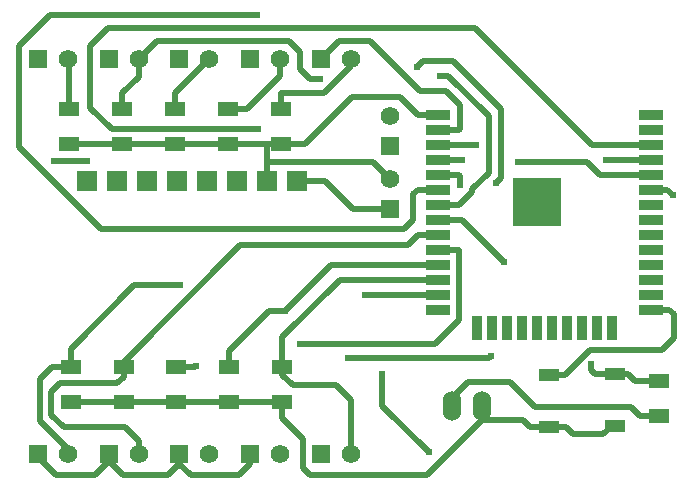
<source format=gtl>
G04 Layer: TopLayer*
G04 EasyEDA v6.5.48, 2025-03-18 13:34:47*
G04 7eabae28df64481683c8fee008179a12,87df033457c64ae98c411226fbcdc187,10*
G04 Gerber Generator version 0.2*
G04 Scale: 100 percent, Rotated: No, Reflected: No *
G04 Dimensions in millimeters *
G04 leading zeros omitted , absolute positions ,4 integer and 5 decimal *
%FSLAX45Y45*%
%MOMM*%

%AMMACRO1*21,1,$1,$2,0,0,$3*%
%ADD10C,0.5000*%
%ADD11R,2.0000X0.9000*%
%ADD12R,0.9000X2.0000*%
%ADD13MACRO1,2X0.9X-90.0000*%
%ADD14MACRO1,2X0.9X0.0000*%
%ADD15R,4.1000X4.1000*%
%ADD16R,1.8000X1.0000*%
%ADD17MACRO1,1.701X1.2075X0.0000*%
%ADD18R,1.7010X1.2075*%
%ADD19R,1.5748X1.5748*%
%ADD20C,1.5748*%
%ADD21O,1.524X2.54*%
%ADD22R,1.7000X1.7000*%
%ADD23C,0.6100*%
%ADD24C,0.0149*%

%LPD*%
D10*
X17861584Y3353587D02*
G01*
X17861584Y3489020D01*
X17861584Y3489020D02*
G01*
X17999659Y3627094D01*
X17999659Y3777208D01*
X20737652Y2927883D02*
G01*
X20716087Y2927883D01*
X20713318Y2925114D01*
X20538262Y2925114D02*
G01*
X20713318Y2925114D01*
X20354442Y3713048D02*
G01*
X20404658Y3763263D01*
X20660385Y3763263D01*
X21065236Y3358413D01*
X21065236Y2768422D01*
X21025586Y2728772D01*
X19532600Y3606800D02*
G01*
X19452259Y3606800D01*
X19363283Y3695776D01*
X19363283Y3839032D01*
X19271183Y3931132D01*
X18153583Y3931132D01*
X17999659Y3777208D01*
X17425060Y1169187D02*
G01*
X17345025Y1169187D01*
X20062748Y1109421D02*
G01*
X20062748Y843965D01*
X20455509Y451205D01*
X21093328Y2062302D02*
G01*
X20738515Y2417114D01*
X20538262Y2417114D01*
X20538262Y2290114D02*
G01*
X20363205Y2290114D01*
X19545655Y3777208D02*
G01*
X19699554Y3931107D01*
X19963409Y3931107D01*
X20386243Y3508273D01*
X20600974Y3508273D01*
X20719491Y3389756D01*
X20719491Y3185287D01*
X20713318Y3179114D01*
X20538262Y3179114D02*
G01*
X20713318Y3179114D01*
X18768085Y873429D02*
G01*
X18320410Y873429D01*
X18320410Y873429D02*
G01*
X17872735Y873429D01*
X17872735Y873429D02*
G01*
X17425060Y873429D01*
X19215760Y873429D02*
G01*
X19215760Y737996D01*
X18760033Y3057829D02*
G01*
X18310809Y3057829D01*
X18310809Y3057829D02*
G01*
X17861584Y3057829D01*
X17861584Y3057829D02*
G01*
X17412360Y3057829D01*
X19203060Y3057829D02*
G01*
X19088760Y3057829D01*
X19088760Y3057829D02*
G01*
X18760033Y3057829D01*
X19088760Y3057829D02*
G01*
X19088760Y2908985D01*
X19088760Y2908985D02*
G01*
X19088760Y2748508D01*
X21476360Y661619D02*
G01*
X21311311Y661619D01*
X19088760Y2908985D02*
G01*
X19982383Y2908985D01*
X20130160Y2761208D01*
X20538262Y3306114D02*
G01*
X20363205Y3306114D01*
X18768085Y873429D02*
G01*
X19215760Y873429D01*
X20904860Y720318D02*
G01*
X21252611Y720318D01*
X21311311Y661619D01*
X20904860Y720318D02*
G01*
X20904860Y843508D01*
X20363205Y3306114D02*
G01*
X20214513Y3454806D01*
X19806716Y3454806D01*
X19409740Y3057829D01*
X19203060Y3057829D01*
X18760033Y3353587D02*
G01*
X18920129Y3353587D01*
X18920129Y3353587D02*
G01*
X19199656Y3633114D01*
X19199656Y3777208D01*
X20538262Y2671114D02*
G01*
X20363205Y2671114D01*
X20538262Y3052114D02*
G01*
X20855152Y3052114D01*
X21960611Y2925114D02*
G01*
X22338258Y2925114D01*
X18310809Y3353587D02*
G01*
X18310809Y3489020D01*
X17561712Y2915488D02*
G01*
X17286350Y2915488D01*
X20713318Y2798114D02*
G01*
X20720253Y2791180D01*
X20720253Y2709443D01*
X20538262Y2798114D02*
G01*
X20713318Y2798114D01*
X19770496Y1249197D02*
G01*
X20963102Y1249197D01*
X20980552Y1266647D01*
X20538262Y2544114D02*
G01*
X20713318Y2544114D01*
X19799655Y3777208D02*
G01*
X19799655Y3716578D01*
X19572097Y3489020D01*
X19203060Y3489020D01*
X19203060Y3353587D02*
G01*
X19203060Y3489020D01*
X20713318Y2544114D02*
G01*
X20825917Y2656712D01*
X20825917Y2678531D01*
X20965083Y2817698D01*
X20965083Y3296488D01*
X20623809Y3637762D01*
X20548193Y3637762D01*
X19367296Y1368653D02*
G01*
X20511744Y1368653D01*
X20713445Y1570354D01*
X20713445Y2162987D01*
X20713318Y2163114D01*
X20538262Y2163114D02*
G01*
X20713318Y2163114D01*
X18480506Y1169187D02*
G01*
X18480506Y1176375D01*
X18487390Y1183259D01*
X18320410Y1169187D02*
G01*
X18480506Y1169187D01*
X18768085Y1174597D02*
G01*
X18768085Y1304620D01*
X18768085Y1174597D02*
G01*
X18768085Y1169187D01*
X18768085Y1304620D02*
G01*
X19105397Y1641932D01*
X19236816Y1641932D01*
X19236816Y1641932D02*
G01*
X19630999Y2036114D01*
X20538262Y2036114D01*
X19913498Y1782114D02*
G01*
X20538262Y1782114D01*
X21209914Y2908223D02*
G01*
X21796832Y2908223D01*
X21906941Y2798114D01*
X22338258Y2798114D01*
X22338182Y3052038D02*
G01*
X21836786Y3052038D01*
X20849742Y4039336D01*
X17741798Y4039336D01*
X17591684Y3889222D01*
X17591684Y3367760D01*
X17773294Y3186150D01*
X19010782Y3186150D01*
X18310758Y3488918D02*
G01*
X18599556Y3777208D01*
X17412360Y3353536D02*
G01*
X17412360Y3777208D01*
X17399660Y3777208D01*
X22338258Y2671114D02*
G01*
X22477552Y2671114D01*
X22521189Y2627477D01*
X21476360Y1101572D02*
G01*
X21607424Y1101572D01*
X21819260Y1313408D01*
X22428860Y1313408D01*
X22530460Y1415008D01*
X22530460Y1618208D01*
X22491090Y1655038D01*
X22338182Y1655038D01*
X22035160Y1114272D02*
G01*
X22145396Y1114272D01*
X22204832Y1054836D01*
X22403460Y1054836D01*
X21476360Y661644D02*
G01*
X21620124Y661644D01*
X21679560Y602208D01*
X21933560Y602208D01*
X22005696Y674344D01*
X22035160Y674344D01*
X21831960Y1199108D02*
G01*
X21831960Y1148308D01*
X21865996Y1114272D01*
X22035160Y1114272D01*
X20650860Y843508D02*
G01*
X20651368Y908278D01*
X20789798Y1046708D01*
X21146160Y1046708D01*
X21357996Y834872D01*
X22167748Y834872D01*
X22243440Y759180D01*
X22403460Y759180D01*
X20363078Y2290038D02*
G01*
X20278496Y2205202D01*
X18862954Y2205202D01*
X17872862Y1214856D01*
X17872862Y1169136D01*
X17399660Y437108D02*
G01*
X17399660Y476148D01*
X17161916Y713892D01*
X17161916Y1066139D01*
X17264964Y1169187D01*
X17425060Y1169187D01*
X18347080Y1865604D02*
G01*
X17964556Y1865604D01*
X17425060Y1326108D01*
X17425060Y1169136D01*
X17999709Y437134D02*
G01*
X17999709Y548386D01*
X17887695Y660400D01*
X17366741Y660400D01*
X17259300Y767842D01*
X17259300Y957071D01*
X17336261Y1034034D01*
X17818861Y1034034D01*
X17872963Y1087881D01*
X17872963Y1169162D01*
X19342861Y2748534D02*
G01*
X19578066Y2748534D01*
X19819366Y2507234D01*
X20130261Y2507234D01*
X20363205Y2671114D02*
G01*
X20325079Y2632989D01*
X20325079Y2417140D01*
X20250962Y2343022D01*
X17685384Y2343022D01*
X16991736Y3036671D01*
X16991736Y3893388D01*
X17246473Y4148124D01*
X19004635Y4148124D01*
X19215861Y1169162D02*
G01*
X19215861Y1104137D01*
X19304000Y1016000D01*
X19672300Y1016000D01*
X19799554Y888745D01*
X19799554Y437134D01*
X19215861Y1169162D02*
G01*
X19215861Y1423162D01*
X19701763Y1909063D01*
X20538186Y1909063D01*
X19215861Y737870D02*
G01*
X19391629Y562102D01*
X19391629Y315976D01*
X19453606Y254000D01*
X20438618Y254000D01*
X20904961Y720344D01*
X18345658Y437134D02*
G01*
X18345658Y348742D01*
X18440400Y254000D01*
X18846800Y254000D01*
X18945606Y352805D01*
X18945606Y437134D01*
X17745709Y437134D02*
G01*
X17745709Y377189D01*
X17868900Y254000D01*
X18249900Y254000D01*
X18345658Y349757D01*
X18345658Y437134D01*
X17145761Y437134D02*
G01*
X17145761Y405637D01*
X17297400Y254000D01*
X17627600Y254000D01*
X17745709Y372110D01*
X17745709Y437134D01*
D11*
G01*
X20538262Y3306114D03*
G01*
X20538262Y3179114D03*
G01*
X20538262Y3052114D03*
G01*
X20538262Y2925114D03*
G01*
X20538262Y2798114D03*
G01*
X20538262Y2671114D03*
G01*
X20538262Y2544114D03*
G01*
X20538262Y2417114D03*
G01*
X20538262Y2290114D03*
G01*
X20538262Y2163114D03*
G01*
X20538262Y2036114D03*
G01*
X20538262Y1909114D03*
G01*
X20538262Y1782114D03*
G01*
X20538262Y1655114D03*
D12*
G01*
X20866760Y1505102D03*
G01*
X20993760Y1505102D03*
G01*
X21120760Y1505102D03*
G01*
X21247760Y1505102D03*
G01*
X21374760Y1505102D03*
D13*
G01*
X21501760Y1505102D03*
G01*
X21628760Y1505102D03*
G01*
X21755760Y1505102D03*
G01*
X21882760Y1505102D03*
G01*
X22009760Y1505102D03*
D14*
G01*
X22338266Y1655114D03*
G01*
X22338266Y1782114D03*
G01*
X22338266Y1909114D03*
G01*
X22338266Y2036114D03*
G01*
X22338266Y2163114D03*
G01*
X22338266Y2290114D03*
G01*
X22338266Y2417114D03*
G01*
X22338266Y2544114D03*
G01*
X22338266Y2671114D03*
G01*
X22338266Y2798114D03*
G01*
X22338266Y2925114D03*
G01*
X22338266Y3052114D03*
G01*
X22338266Y3179114D03*
G01*
X22338266Y3306114D03*
D15*
G01*
X21370264Y2572105D03*
D16*
G01*
X21476360Y661619D03*
G01*
X21476360Y1101597D03*
D17*
G01*
X22403460Y1054884D03*
D18*
G01*
X22403460Y759129D03*
D16*
G01*
X22035160Y674319D03*
G01*
X22035160Y1114297D03*
D17*
G01*
X17412360Y3353584D03*
D18*
G01*
X17412360Y3057829D03*
D17*
G01*
X17861584Y3353584D03*
D18*
G01*
X17861584Y3057829D03*
D17*
G01*
X18310809Y3353584D03*
D18*
G01*
X18310809Y3057829D03*
D17*
G01*
X18760033Y3353584D03*
D18*
G01*
X18760033Y3057829D03*
D17*
G01*
X19203060Y3353584D03*
D18*
G01*
X19203060Y3057829D03*
D17*
G01*
X17425060Y1169184D03*
D18*
G01*
X17425060Y873429D03*
D17*
G01*
X17872735Y1169184D03*
D18*
G01*
X17872735Y873429D03*
D17*
G01*
X18320410Y1169184D03*
D18*
G01*
X18320410Y873429D03*
D17*
G01*
X18768085Y1169184D03*
D18*
G01*
X18768085Y873429D03*
D17*
G01*
X19215760Y1169184D03*
D18*
G01*
X19215760Y873429D03*
D19*
G01*
X20130160Y3040608D03*
D20*
G01*
X20130160Y3294608D03*
D19*
G01*
X20130160Y2507208D03*
D20*
G01*
X20130160Y2761208D03*
D21*
G01*
X20650860Y843508D03*
G01*
X20904860Y843508D03*
D22*
G01*
X19342760Y2748508D03*
G01*
X19088760Y2748508D03*
G01*
X18834760Y2748508D03*
G01*
X18580760Y2748508D03*
G01*
X18326760Y2748508D03*
G01*
X18072760Y2748508D03*
G01*
X17818760Y2748508D03*
G01*
X17564760Y2748508D03*
D19*
G01*
X17145660Y3777208D03*
D20*
G01*
X17399660Y3777208D03*
D19*
G01*
X17745659Y3777208D03*
D20*
G01*
X17999659Y3777208D03*
D19*
G01*
X18345658Y3777208D03*
D20*
G01*
X18599658Y3777208D03*
D19*
G01*
X18945656Y3777208D03*
D20*
G01*
X19199656Y3777208D03*
D19*
G01*
X19545655Y3777208D03*
D20*
G01*
X19799655Y3777208D03*
D19*
G01*
X17145660Y437108D03*
D20*
G01*
X17399660Y437108D03*
D19*
G01*
X17745659Y437108D03*
D20*
G01*
X17999659Y437108D03*
D19*
G01*
X18345658Y437108D03*
D20*
G01*
X18599658Y437108D03*
D19*
G01*
X18945656Y437108D03*
D20*
G01*
X19199656Y437108D03*
D19*
G01*
X19545655Y437108D03*
D20*
G01*
X19799655Y437108D03*
D23*
G01*
X21209914Y2908223D03*
G01*
X22521189Y2627477D03*
G01*
X19913498Y1782114D03*
G01*
X19236816Y1641932D03*
G01*
X18487390Y1183259D03*
G01*
X19367296Y1368653D03*
G01*
X20548193Y3637762D03*
G01*
X20720253Y2709443D03*
G01*
X20980552Y1266647D03*
G01*
X19770496Y1249197D03*
G01*
X17286350Y2915488D03*
G01*
X17561712Y2915488D03*
G01*
X19010858Y3186150D03*
G01*
X21960611Y2925114D03*
G01*
X21831960Y1199108D03*
G01*
X20855152Y3052114D03*
G01*
X19004635Y4148124D03*
G01*
X21093328Y2062302D03*
G01*
X20455509Y451205D03*
G01*
X20062748Y1109421D03*
G01*
X18347131Y1865680D03*
G01*
X20737652Y2927883D03*
G01*
X21025586Y2728772D03*
G01*
X20354442Y3713048D03*
G01*
X19532600Y3606800D03*
M02*

</source>
